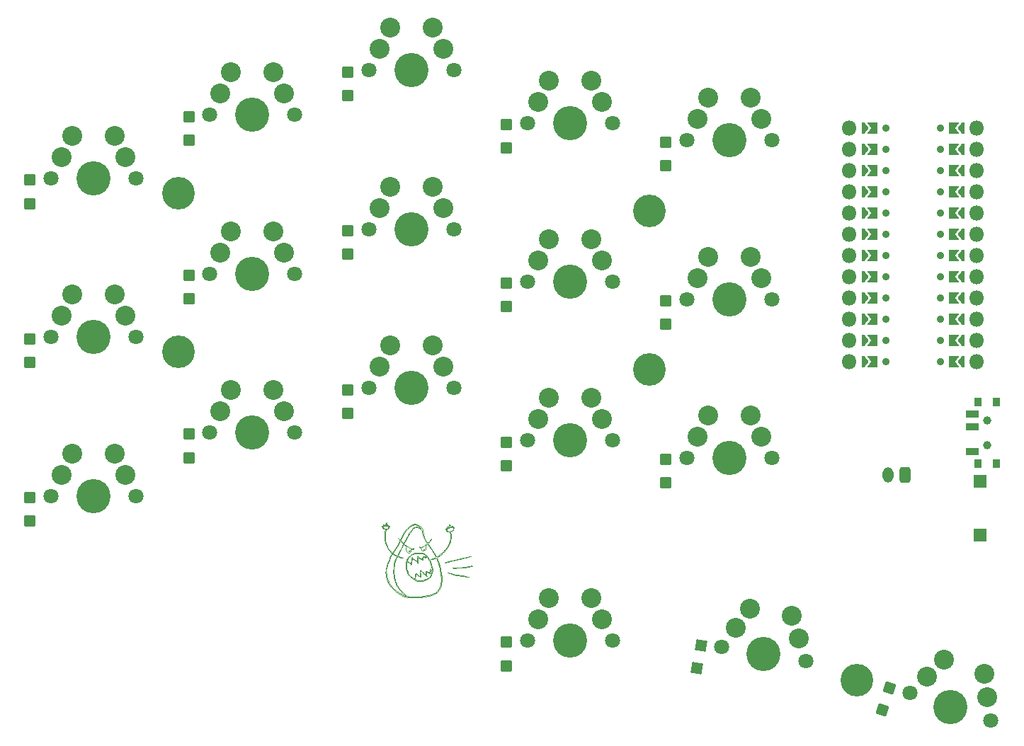
<source format=gbr>
%TF.GenerationSoftware,KiCad,Pcbnew,8.0.3*%
%TF.CreationDate,2024-07-17T09:05:20+02:00*%
%TF.ProjectId,avocado,61766f63-6164-46f2-9e6b-696361645f70,rev?*%
%TF.SameCoordinates,Original*%
%TF.FileFunction,Soldermask,Top*%
%TF.FilePolarity,Negative*%
%FSLAX46Y46*%
G04 Gerber Fmt 4.6, Leading zero omitted, Abs format (unit mm)*
G04 Created by KiCad (PCBNEW 8.0.3) date 2024-07-17 09:05:20*
%MOMM*%
%LPD*%
G01*
G04 APERTURE LIST*
G04 Aperture macros list*
%AMRoundRect*
0 Rectangle with rounded corners*
0 $1 Rounding radius*
0 $2 $3 $4 $5 $6 $7 $8 $9 X,Y pos of 4 corners*
0 Add a 4 corners polygon primitive as box body*
4,1,4,$2,$3,$4,$5,$6,$7,$8,$9,$2,$3,0*
0 Add four circle primitives for the rounded corners*
1,1,$1+$1,$2,$3*
1,1,$1+$1,$4,$5*
1,1,$1+$1,$6,$7*
1,1,$1+$1,$8,$9*
0 Add four rect primitives between the rounded corners*
20,1,$1+$1,$2,$3,$4,$5,0*
20,1,$1+$1,$4,$5,$6,$7,0*
20,1,$1+$1,$6,$7,$8,$9,0*
20,1,$1+$1,$8,$9,$2,$3,0*%
%AMFreePoly0*
4,1,16,-0.214645,0.660355,-0.210957,0.656235,0.289043,0.031235,0.299694,-0.005522,0.289043,-0.031235,-0.210957,-0.656235,-0.244478,-0.674694,-0.250000,-0.675000,-0.500000,-0.675000,-0.535355,-0.660355,-0.550000,-0.625000,-0.550000,0.625000,-0.535355,0.660355,-0.500000,0.675000,-0.250000,0.675000,-0.214645,0.660355,-0.214645,0.660355,$1*%
%AMFreePoly1*
4,1,16,0.535355,0.660355,0.550000,0.625000,0.550000,-0.625000,0.535355,-0.660355,0.500000,-0.675000,-0.650000,-0.675000,-0.685355,-0.660355,-0.700000,-0.625000,-0.689043,-0.593765,-0.214031,0.000000,-0.689043,0.593765,-0.699694,0.630522,-0.681235,0.664043,-0.650000,0.675000,0.500000,0.675000,0.535355,0.660355,0.535355,0.660355,$1*%
G04 Aperture macros list end*
%ADD10C,0.100000*%
%ADD11RoundRect,0.050000X0.600000X-0.600000X0.600000X0.600000X-0.600000X0.600000X-0.600000X-0.600000X0*%
%ADD12RoundRect,0.050000X0.492743X-0.690800X0.690800X0.492743X-0.492743X0.690800X-0.690800X-0.492743X0*%
%ADD13RoundRect,0.050000X0.371970X-0.762652X0.762652X0.371970X-0.371970X0.762652X-0.762652X-0.371970X0*%
%ADD14C,4.087800*%
%ADD15C,1.801800*%
%ADD16C,2.386000*%
%ADD17O,1.800000X1.800000*%
%ADD18C,0.900000*%
%ADD19FreePoly0,0.000000*%
%ADD20FreePoly1,0.000000*%
%ADD21FreePoly1,180.000000*%
%ADD22FreePoly0,180.000000*%
%ADD23RoundRect,0.270833X0.379167X0.654167X-0.379167X0.654167X-0.379167X-0.654167X0.379167X-0.654167X0*%
%ADD24O,1.300000X1.850000*%
%ADD25C,1.000000*%
%ADD26RoundRect,0.050000X0.750000X-0.350000X0.750000X0.350000X-0.750000X0.350000X-0.750000X-0.350000X0*%
%ADD27RoundRect,0.050000X0.400000X-0.500000X0.400000X0.500000X-0.400000X0.500000X-0.400000X-0.500000X0*%
%ADD28RoundRect,0.050000X0.700000X-0.750000X0.700000X0.750000X-0.700000X0.750000X-0.700000X-0.750000X0*%
%ADD29C,3.900000*%
G04 APERTURE END LIST*
D10*
X62160000Y-79707228D02*
X62160000Y-79807251D01*
X62150959Y-79906165D01*
X62242330Y-79884133D01*
X62335674Y-79907256D01*
X62342135Y-79999644D01*
X62441419Y-79990491D01*
X62520532Y-80044099D01*
X62490292Y-80129707D01*
X62437312Y-80214301D01*
X62382120Y-80297457D01*
X62300050Y-80354127D01*
X62209237Y-80395720D01*
X62111384Y-80414528D01*
X62057737Y-80488600D01*
X62034836Y-80586002D01*
X62011158Y-80683173D01*
X61992264Y-80781362D01*
X61979216Y-80880452D01*
X61971164Y-80980115D01*
X61966674Y-81079966D01*
X61966156Y-81180040D01*
X61967465Y-81279977D01*
X61970167Y-81379891D01*
X61974354Y-81479799D01*
X61980744Y-81579592D01*
X61992256Y-81678970D01*
X62006796Y-81777888D01*
X62025876Y-81875933D01*
X62049496Y-81973091D01*
X62077590Y-82069061D01*
X62110117Y-82163687D01*
X62148054Y-82256108D01*
X62192818Y-82345635D01*
X62237531Y-82435061D01*
X62282210Y-82524420D01*
X62326960Y-82613919D01*
X62371669Y-82703338D01*
X62422713Y-82789223D01*
X62479516Y-82871492D01*
X62541422Y-82950205D01*
X62608026Y-83024647D01*
X62679008Y-83095045D01*
X62753279Y-83161951D01*
X62827638Y-83228874D01*
X62888449Y-83172172D01*
X62948291Y-83092057D01*
X63007212Y-83011253D01*
X63065138Y-82929738D01*
X63122061Y-82847520D01*
X63177976Y-82764609D01*
X63232876Y-82681014D01*
X63288908Y-82598268D01*
X63345300Y-82515560D01*
X63400830Y-82432549D01*
X63450651Y-82345775D01*
X63498168Y-82257686D01*
X63544209Y-82169049D01*
X63589096Y-82079751D01*
X63632740Y-81989741D01*
X63674619Y-81898975D01*
X63714554Y-81807253D01*
X63715321Y-81721795D01*
X63648182Y-81647959D01*
X63580668Y-81574207D01*
X63541818Y-81486991D01*
X63616857Y-81535358D01*
X63680109Y-81612770D01*
X63754117Y-81679704D01*
X63806751Y-81606497D01*
X63851442Y-81517116D01*
X63896238Y-81427524D01*
X63940950Y-81338099D01*
X63988663Y-81250407D01*
X64037233Y-81162980D01*
X64085155Y-81075040D01*
X64133512Y-80987709D01*
X64183195Y-80900868D01*
X64234415Y-80814953D01*
X64287549Y-80730294D01*
X64343133Y-80647109D01*
X64401544Y-80565815D01*
X64462764Y-80486959D01*
X64526933Y-80410144D01*
X64594017Y-80336072D01*
X64666154Y-80266854D01*
X64740036Y-80199519D01*
X64815578Y-80133883D01*
X64892714Y-80070139D01*
X64971579Y-80008948D01*
X65055931Y-79954988D01*
X65143083Y-79905926D01*
X65232771Y-79861957D01*
X65325970Y-79826679D01*
X65424458Y-79811013D01*
X65524494Y-79810003D01*
X65624497Y-79812484D01*
X65723709Y-79823637D01*
X65816770Y-79858944D01*
X65904995Y-79905997D01*
X65992683Y-79953868D01*
X66078198Y-80005844D01*
X66161531Y-80060968D01*
X66242464Y-80119721D01*
X66316407Y-80186897D01*
X66369376Y-80271358D01*
X66411107Y-80362238D01*
X66442354Y-80457044D01*
X66465390Y-80554425D01*
X66486751Y-80652049D01*
X66506692Y-80750050D01*
X66524996Y-80848411D01*
X66541340Y-80947011D01*
X66562099Y-81044788D01*
X66586587Y-81141808D01*
X66614711Y-81237713D01*
X66646476Y-81332525D01*
X66681853Y-81426140D01*
X66720708Y-81518210D01*
X66763043Y-81608760D01*
X66808817Y-81697688D01*
X66857921Y-81784780D01*
X66910300Y-81869944D01*
X66967214Y-81952132D01*
X67026273Y-82032547D01*
X67088955Y-82011045D01*
X67157311Y-81938025D01*
X67223702Y-81863335D01*
X67289770Y-81788275D01*
X67353857Y-81711372D01*
X67417896Y-81634524D01*
X67489517Y-81589084D01*
X67451008Y-81680033D01*
X67391817Y-81760638D01*
X67330888Y-81839846D01*
X67268862Y-81918324D01*
X67205867Y-81995856D01*
X67139527Y-82070473D01*
X67108829Y-82143325D01*
X67169275Y-82223041D01*
X67225915Y-82305474D01*
X67278656Y-82390489D01*
X67332956Y-82474434D01*
X67388374Y-82557562D01*
X67443804Y-82640922D01*
X67499803Y-82723627D01*
X67557476Y-82805394D01*
X67616705Y-82886045D01*
X67672628Y-82968671D01*
X67725033Y-83053704D01*
X67780181Y-83137157D01*
X67833193Y-83221748D01*
X67881812Y-83309261D01*
X67928756Y-83397513D01*
X67973521Y-83487042D01*
X68022492Y-83574153D01*
X68073885Y-83659808D01*
X68135586Y-83704648D01*
X68220310Y-83651621D01*
X68303817Y-83596589D01*
X68386088Y-83539632D01*
X68464387Y-83477686D01*
X68542112Y-83414534D01*
X68624312Y-83358068D01*
X68703161Y-83296606D01*
X68774779Y-83226792D01*
X68841155Y-83152149D01*
X68909098Y-83078670D01*
X68978211Y-83006416D01*
X69047301Y-82934185D01*
X69117062Y-82862613D01*
X69186186Y-82790260D01*
X69252175Y-82715153D01*
X69313424Y-82636029D01*
X69369969Y-82553600D01*
X69423994Y-82469501D01*
X69474786Y-82383298D01*
X69521721Y-82295056D01*
X69564898Y-82204944D01*
X69604313Y-82112956D01*
X69639802Y-82019462D01*
X69671323Y-81924587D01*
X69698835Y-81828459D01*
X69722269Y-81731336D01*
X69741623Y-81633217D01*
X69756857Y-81534226D01*
X69767893Y-81434899D01*
X69772041Y-81335145D01*
X69771665Y-81235047D01*
X69767738Y-81135056D01*
X69760277Y-81035397D01*
X69749286Y-80936033D01*
X69734535Y-80837209D01*
X69718854Y-80738470D01*
X69621109Y-80739611D01*
X69521342Y-80733326D01*
X69422518Y-80717678D01*
X69335273Y-80672219D01*
X69278586Y-80592550D01*
X69269767Y-80493880D01*
X69215227Y-80424089D01*
X69220635Y-80324855D01*
X69296212Y-80269907D01*
X69346450Y-80195949D01*
X69397316Y-80111753D01*
X69472912Y-80148727D01*
X69529650Y-80210117D01*
X69565634Y-80121730D01*
X69576566Y-80022302D01*
X69594371Y-79923986D01*
X69639325Y-79836372D01*
X69733786Y-79830578D01*
X69787576Y-79912117D01*
X69808517Y-80009889D01*
X69833542Y-80076458D01*
X69913893Y-80020950D01*
X69995263Y-80060751D01*
X70052097Y-80103951D01*
X70147987Y-80082078D01*
X70198478Y-80156346D01*
X70166172Y-80250202D01*
X70158397Y-80349617D01*
X70141954Y-80448275D01*
X70085217Y-80528352D01*
X70007266Y-80590839D01*
X69921993Y-80643280D01*
X69833209Y-80689162D01*
X69792457Y-80770502D01*
X69811662Y-80868511D01*
X69827766Y-80967254D01*
X69840868Y-81066309D01*
X69851678Y-81165761D01*
X69859114Y-81265492D01*
X69856605Y-81365379D01*
X69845913Y-81464915D01*
X69832339Y-81563925D01*
X69816766Y-81662627D01*
X69799088Y-81761188D01*
X69777208Y-81858608D01*
X69746235Y-81953605D01*
X69714573Y-82048609D01*
X69681228Y-82142905D01*
X69643800Y-82235502D01*
X69600009Y-82325436D01*
X69552057Y-82413120D01*
X69502369Y-82499999D01*
X69450386Y-82585462D01*
X69395960Y-82669189D01*
X69337911Y-82750787D01*
X69275587Y-82828952D01*
X69208483Y-82902996D01*
X69137018Y-82972965D01*
X69065174Y-83042327D01*
X69000800Y-83118679D01*
X68935903Y-83194710D01*
X68869394Y-83269484D01*
X68799825Y-83341221D01*
X68724449Y-83406728D01*
X68643164Y-83464937D01*
X68561977Y-83523572D01*
X68480989Y-83582064D01*
X68399590Y-83640293D01*
X68317818Y-83697604D01*
X68232788Y-83750241D01*
X68148779Y-83804453D01*
X68183951Y-83886909D01*
X68230463Y-83975313D01*
X68261734Y-84070140D01*
X68293032Y-84164701D01*
X68331847Y-84256886D01*
X68371552Y-84348516D01*
X68408060Y-84441690D01*
X68429683Y-84539062D01*
X68453598Y-84635810D01*
X68480091Y-84732150D01*
X68506623Y-84828630D01*
X68533161Y-84925129D01*
X68555294Y-85022644D01*
X68575870Y-85120382D01*
X68590571Y-85219283D01*
X68608443Y-85317386D01*
X68635117Y-85413839D01*
X68657361Y-85511325D01*
X68675147Y-85609688D01*
X68688448Y-85708778D01*
X68697239Y-85808442D01*
X68707921Y-85907528D01*
X68724392Y-86006355D01*
X68747145Y-86103495D01*
X68759211Y-86202617D01*
X68759974Y-86302635D01*
X68758082Y-86402488D01*
X68753479Y-86502507D01*
X68746111Y-86602159D01*
X68734770Y-86701473D01*
X68715783Y-86799519D01*
X68701637Y-86898543D01*
X68693252Y-86998114D01*
X68677149Y-87096730D01*
X68650372Y-87193196D01*
X68614241Y-87286287D01*
X68571391Y-87376662D01*
X68524374Y-87464897D01*
X68474823Y-87551757D01*
X68426739Y-87639340D01*
X68375061Y-87724989D01*
X68316188Y-87805676D01*
X68250587Y-87881177D01*
X68182926Y-87954990D01*
X68112607Y-88025457D01*
X68025791Y-88075330D01*
X67937650Y-88122421D01*
X67849215Y-88169239D01*
X67763554Y-88220504D01*
X67673224Y-88262854D01*
X67577910Y-88293358D01*
X67481658Y-88320095D01*
X67386508Y-88350433D01*
X67292785Y-88384729D01*
X67193944Y-88398797D01*
X67094702Y-88411373D01*
X66996264Y-88428434D01*
X66899160Y-88452710D01*
X66800564Y-88466919D01*
X66703728Y-88491176D01*
X66605287Y-88509634D01*
X66507400Y-88529190D01*
X66408849Y-88546842D01*
X66309738Y-88559618D01*
X66210125Y-88567525D01*
X66110066Y-88570546D01*
X66010398Y-88574625D01*
X65910920Y-88585053D01*
X65811314Y-88593796D01*
X65711601Y-88600854D01*
X65611653Y-88606234D01*
X65511790Y-88609918D01*
X65411884Y-88611916D01*
X65311807Y-88612226D01*
X65211730Y-88610845D01*
X65111823Y-88607777D01*
X65011960Y-88603021D01*
X64912160Y-88596577D01*
X64812581Y-88587406D01*
X64713868Y-88571990D01*
X64615364Y-88554594D01*
X64517500Y-88534029D01*
X64420564Y-88509406D01*
X64324708Y-88480748D01*
X64229957Y-88448893D01*
X64136041Y-88414735D01*
X64045143Y-88373280D01*
X63956200Y-88327223D01*
X63868670Y-88279121D01*
X63781871Y-88229428D01*
X63695868Y-88178488D01*
X63610522Y-88126278D01*
X63526023Y-88072780D01*
X63442506Y-88017677D01*
X63360645Y-87960469D01*
X63283126Y-87897214D01*
X63207482Y-87831870D01*
X63132915Y-87765290D01*
X63059065Y-87697610D01*
X62986237Y-87629230D01*
X62914210Y-87559834D01*
X62843318Y-87489365D01*
X62773924Y-87417247D01*
X62707675Y-87342421D01*
X62648153Y-87262308D01*
X62587787Y-87182456D01*
X62529910Y-87100834D01*
X62474646Y-87017634D01*
X62421858Y-86932653D01*
X62371751Y-86846216D01*
X62324203Y-86758109D01*
X62282234Y-86667387D01*
X62240703Y-86576538D01*
X62199089Y-86485508D01*
X62158562Y-86394247D01*
X62134287Y-86297146D01*
X62110022Y-86200087D01*
X62090408Y-86102042D01*
X62075276Y-86003433D01*
X62063246Y-85904173D01*
X62048555Y-85805103D01*
X62031291Y-85706787D01*
X62030000Y-85606782D01*
X62030000Y-85506826D01*
X62035411Y-85406991D01*
X62045334Y-85307645D01*
X62059563Y-85208670D01*
X62081316Y-85110953D01*
X62109084Y-85014945D01*
X62138213Y-84919291D01*
X62166944Y-84823520D01*
X62195690Y-84727702D01*
X62221197Y-84631166D01*
X62246493Y-84534301D01*
X62278086Y-84439583D01*
X62317282Y-84347501D01*
X62360132Y-84257203D01*
X62400779Y-84165748D01*
X62436420Y-84072833D01*
X62461523Y-83976059D01*
X62490153Y-83880077D01*
X62525141Y-83786510D01*
X62571895Y-83698275D01*
X62619303Y-83610285D01*
X62668607Y-83523080D01*
X62719559Y-83437099D01*
X62772257Y-83352161D01*
X62765000Y-83275000D01*
X62691609Y-83207131D01*
X62617458Y-83139995D01*
X62546513Y-83069706D01*
X62479333Y-82995454D01*
X62416923Y-82917374D01*
X62359348Y-82835619D01*
X62309589Y-82749178D01*
X62264860Y-82659720D01*
X62220136Y-82570273D01*
X62175390Y-82480780D01*
X62130661Y-82391322D01*
X62089668Y-82300292D01*
X62056775Y-82205912D01*
X62023786Y-82111566D01*
X61990634Y-82017058D01*
X61958497Y-81922484D01*
X61939191Y-81824338D01*
X61925047Y-81725328D01*
X61915531Y-81625970D01*
X61909771Y-81526029D01*
X61905492Y-81426237D01*
X61902678Y-81326193D01*
X61901339Y-81226330D01*
X61901472Y-81126249D01*
X61903080Y-81026172D01*
X61906155Y-80926325D01*
X61911470Y-80826469D01*
X61926653Y-80727587D01*
X61946419Y-80629524D01*
X61970294Y-80532572D01*
X61996555Y-80436112D01*
X61921737Y-80401832D01*
X61826041Y-80373292D01*
X61732186Y-80338787D01*
X61646224Y-80289443D01*
X61624693Y-80194079D01*
X61584541Y-80103420D01*
X61607420Y-80010918D01*
X61701197Y-79996960D01*
X61680319Y-80039936D01*
X61638610Y-80104438D01*
X61708709Y-80067807D01*
X61743524Y-79982226D01*
X61770849Y-79889151D01*
X61854549Y-79850000D01*
X61908879Y-79922268D01*
X61967123Y-79940719D01*
X61986768Y-79847889D01*
X62038898Y-79847889D01*
X62049830Y-79936546D01*
X62106119Y-79891045D01*
X62115935Y-79715199D01*
X62075765Y-79755017D01*
X62038898Y-79847889D01*
X61986768Y-79847889D01*
X61987489Y-79844482D01*
X62022984Y-79751183D01*
X62079941Y-79670044D01*
X62116368Y-79707442D01*
X62120080Y-79640956D01*
X62160000Y-79707228D01*
X69739813Y-79936631D02*
X69757972Y-80034757D01*
X69755407Y-80131312D01*
X69658382Y-80153952D01*
X69610877Y-80109521D01*
X69625232Y-80010532D01*
X69648458Y-79913369D01*
X69739813Y-79936631D01*
X65572601Y-79895461D02*
X65842123Y-79964262D01*
X65932618Y-80006622D01*
X66017141Y-80059749D01*
X66097628Y-80119184D01*
X66176002Y-80181040D01*
X66244946Y-80253385D01*
X66249462Y-80298862D01*
X66163497Y-80247712D01*
X66074602Y-80202314D01*
X65979373Y-80171936D01*
X65880979Y-80154265D01*
X65781333Y-80150000D01*
X65681282Y-80150000D01*
X65582319Y-80159023D01*
X65487374Y-80189944D01*
X65398362Y-80235398D01*
X65317255Y-80293859D01*
X65242257Y-80359820D01*
X65170527Y-80429473D01*
X65103272Y-80503604D01*
X65039143Y-80580392D01*
X64980168Y-80661047D01*
X64924063Y-80743909D01*
X64870879Y-80828594D01*
X64817658Y-80913143D01*
X64761943Y-80996066D01*
X64712543Y-81083070D01*
X64667586Y-81172453D01*
X64620967Y-81260864D01*
X64573331Y-81348684D01*
X64518709Y-81432334D01*
X64462964Y-81514635D01*
X64418841Y-81604283D01*
X64377408Y-81695184D01*
X64332686Y-81784627D01*
X64287294Y-81873707D01*
X64231050Y-81956319D01*
X64180059Y-82042391D01*
X64119497Y-82039497D01*
X64048742Y-81968742D01*
X63978046Y-81898046D01*
X63907241Y-81827241D01*
X63836610Y-81756610D01*
X63854217Y-81671565D01*
X63898989Y-81582023D01*
X63940708Y-81491310D01*
X63984573Y-81401335D01*
X64030477Y-81312557D01*
X64078462Y-81224884D01*
X64128580Y-81138232D01*
X64180603Y-81052840D01*
X64233511Y-80968023D01*
X64287018Y-80883585D01*
X64341122Y-80799529D01*
X64395903Y-80715736D01*
X64451196Y-80632456D01*
X64507671Y-80549957D01*
X64572409Y-80473789D01*
X64641049Y-80401141D01*
X64712030Y-80330492D01*
X64784502Y-80261568D01*
X64858202Y-80194172D01*
X64933277Y-80128109D01*
X65010424Y-80064487D01*
X65095172Y-80011637D01*
X65183402Y-79964594D01*
X65276329Y-79928594D01*
X65373734Y-79906237D01*
X65472726Y-79893195D01*
X65572601Y-79895461D01*
X62138208Y-80015754D02*
X62285389Y-80045480D01*
X62284552Y-80062988D01*
X62364254Y-80122434D01*
X62368866Y-80214551D01*
X62294168Y-80279941D01*
X62206675Y-80328622D01*
X62110355Y-80349756D01*
X62010364Y-80347894D01*
X61912032Y-80330642D01*
X61817164Y-80298817D01*
X61726074Y-80257810D01*
X61703223Y-80177377D01*
X61763207Y-80097840D01*
X61842537Y-80037704D01*
X61939054Y-80012944D01*
X62038717Y-80006299D01*
X62138208Y-80015754D01*
X62467617Y-80082285D02*
X62386484Y-80068127D01*
X62323314Y-80053140D01*
X62467617Y-80082285D01*
X62323314Y-80053140D02*
X62285389Y-80045480D01*
X62285452Y-80044157D01*
X62323314Y-80053140D01*
X62252037Y-79987716D02*
X62207119Y-79946525D01*
X62289912Y-79950964D01*
X62287834Y-79994387D01*
X62303341Y-79997278D01*
X62287524Y-80000855D01*
X62285452Y-80044157D01*
X61870469Y-79945703D01*
X61802749Y-79988625D01*
X61819628Y-79907127D01*
X62252037Y-79987716D01*
X70103439Y-80181706D02*
X69914941Y-80140000D01*
X69872787Y-80113832D01*
X69950586Y-80085878D01*
X70103439Y-80181706D01*
X65773036Y-80208448D02*
X66030207Y-80273330D01*
X66117861Y-80321370D01*
X66195586Y-80383997D01*
X66265135Y-80455821D01*
X66320863Y-80538397D01*
X66354325Y-80632512D01*
X66380188Y-80729100D01*
X66403591Y-80826324D01*
X66426034Y-80923812D01*
X66448037Y-81021258D01*
X66470990Y-81118593D01*
X66499634Y-81214312D01*
X66532847Y-81308733D01*
X66570006Y-81401460D01*
X66611389Y-81492527D01*
X66656138Y-81582033D01*
X66702961Y-81670461D01*
X66751825Y-81757553D01*
X66802875Y-81843569D01*
X66856004Y-81928321D01*
X66911192Y-82011771D01*
X66968314Y-82093742D01*
X66921816Y-82164790D01*
X66846774Y-82231004D01*
X66769440Y-82294441D01*
X66689892Y-82355041D01*
X66608209Y-82412746D01*
X66524613Y-82467406D01*
X66438895Y-82519152D01*
X66345942Y-82554520D01*
X66246194Y-82559983D01*
X66150899Y-82536421D01*
X66089997Y-82466808D01*
X66026001Y-82471021D01*
X66066969Y-82557323D01*
X66152182Y-82608740D01*
X66248595Y-82634649D01*
X66270000Y-82717860D01*
X66278872Y-82817595D01*
X66316037Y-82909332D01*
X66380418Y-82985142D01*
X66477239Y-83004999D01*
X66575096Y-82987948D01*
X66657231Y-82931265D01*
X66733171Y-82866219D01*
X66786830Y-82783113D01*
X66814754Y-82687255D01*
X66829280Y-82588230D01*
X66838304Y-82488660D01*
X66799766Y-82399531D01*
X66852567Y-82333190D01*
X66930229Y-82270231D01*
X67005080Y-82203932D01*
X67078185Y-82243089D01*
X67140134Y-82321607D01*
X67197055Y-82403792D01*
X67250043Y-82488732D01*
X67304472Y-82572476D01*
X67361538Y-82654697D01*
X67420948Y-82734973D01*
X67482571Y-82813857D01*
X67538034Y-82897051D01*
X67594524Y-82979528D01*
X67650054Y-83062668D01*
X67703478Y-83147117D01*
X67754833Y-83232938D01*
X67804034Y-83319989D01*
X67851059Y-83408232D01*
X67895884Y-83497624D01*
X67938490Y-83588125D01*
X67978852Y-83679695D01*
X68016862Y-83772073D01*
X67936460Y-83817231D01*
X67847423Y-83862828D01*
X67755912Y-83903041D01*
X67660592Y-83932822D01*
X67564640Y-83961191D01*
X67467386Y-83983605D01*
X67446848Y-84044679D01*
X67545851Y-84042536D01*
X67644027Y-84022996D01*
X67740181Y-83995572D01*
X67833632Y-83960496D01*
X67924343Y-83918139D01*
X68016279Y-83878738D01*
X68094784Y-83899006D01*
X68144790Y-83985392D01*
X68181426Y-84078358D01*
X68211718Y-84173690D01*
X68244561Y-84268114D01*
X68277429Y-84362608D01*
X68318708Y-84453642D01*
X68341247Y-84550419D01*
X68360575Y-84648462D01*
X68387837Y-84744600D01*
X68417518Y-84840148D01*
X68447669Y-84935470D01*
X68472799Y-85032213D01*
X68488856Y-85130942D01*
X68504165Y-85229714D01*
X68519776Y-85328580D01*
X68545858Y-85424989D01*
X68567910Y-85522574D01*
X68585655Y-85621002D01*
X68599054Y-85720001D01*
X68608108Y-85819556D01*
X68620324Y-85918829D01*
X68635147Y-86017644D01*
X68653169Y-86116010D01*
X68667197Y-86215039D01*
X68670150Y-86314946D01*
X68669143Y-86414940D01*
X68664645Y-86514777D01*
X68656649Y-86614518D01*
X68645170Y-86713920D01*
X68630240Y-86812740D01*
X68611854Y-86911038D01*
X68602882Y-87010411D01*
X68581140Y-87107881D01*
X68548460Y-87202528D01*
X68507966Y-87293843D01*
X68464196Y-87383793D01*
X68416920Y-87471811D01*
X68365669Y-87557675D01*
X68310606Y-87641104D01*
X68251713Y-87722107D01*
X68189388Y-87800146D01*
X68123521Y-87875377D01*
X68055006Y-87948065D01*
X67968145Y-87997045D01*
X67878837Y-88042191D01*
X67790410Y-88088731D01*
X67704919Y-88140260D01*
X67613468Y-88178710D01*
X67516467Y-88201976D01*
X67422424Y-88235563D01*
X67328770Y-88270779D01*
X67231550Y-88293224D01*
X67132487Y-88307034D01*
X67034301Y-88325444D01*
X66935855Y-88343902D01*
X66837628Y-88362062D01*
X66738949Y-88378508D01*
X66640679Y-88396516D01*
X66543032Y-88418215D01*
X66444975Y-88437504D01*
X66345948Y-88451503D01*
X66246280Y-88457733D01*
X66146445Y-88463972D01*
X66046625Y-88470001D01*
X65946508Y-88470906D01*
X65846693Y-88474009D01*
X65746883Y-88480811D01*
X65648450Y-88497734D01*
X65549078Y-88507914D01*
X65449091Y-88509758D01*
X65349083Y-88509996D01*
X65249229Y-88508758D01*
X65149208Y-88506603D01*
X65049196Y-88503936D01*
X64949226Y-88499812D01*
X64849646Y-88491812D01*
X64751261Y-88473844D01*
X64657692Y-88439016D01*
X64568569Y-88393784D01*
X64482823Y-88342393D01*
X64404094Y-88280882D01*
X64331824Y-88211824D01*
X64261070Y-88141070D01*
X64190424Y-88070424D01*
X64119660Y-87999660D01*
X64047982Y-87929969D01*
X63977175Y-87859294D01*
X63908879Y-87786379D01*
X63843617Y-87710469D01*
X63783510Y-87630680D01*
X63719606Y-87554007D01*
X63652286Y-87480035D01*
X63590777Y-87401374D01*
X63534547Y-87318613D01*
X63482114Y-87233431D01*
X63432938Y-87146380D01*
X63386897Y-87057614D01*
X63344816Y-86966999D01*
X63307506Y-86874180D01*
X63269747Y-86781544D01*
X63231578Y-86689188D01*
X63192961Y-86597017D01*
X63169524Y-86499935D01*
X63144692Y-86402912D01*
X63109824Y-86309386D01*
X63084736Y-86212508D01*
X63071261Y-86113443D01*
X63063257Y-86013811D01*
X63054936Y-85914155D01*
X63045242Y-85814683D01*
X63031680Y-85715581D01*
X63010168Y-85617978D01*
X63004137Y-85518526D01*
X63010042Y-85418677D01*
X63014085Y-85318749D01*
X63019834Y-85218919D01*
X63027288Y-85119210D01*
X63036460Y-85019496D01*
X63047321Y-84920092D01*
X63059882Y-84820875D01*
X63068583Y-84721291D01*
X63077240Y-84621739D01*
X63096019Y-84523813D01*
X63121270Y-84427012D01*
X63148963Y-84330915D01*
X63179642Y-84235741D01*
X63213970Y-84141742D01*
X63252565Y-84049605D01*
X63296290Y-83959631D01*
X63345728Y-83872750D01*
X63398051Y-83787508D01*
X63440819Y-83697542D01*
X63517192Y-83692397D01*
X63608055Y-83732793D01*
X63699123Y-83773790D01*
X63794263Y-83804754D01*
X63889155Y-83836385D01*
X63984054Y-83867784D01*
X64076613Y-83863378D01*
X64017109Y-83811672D01*
X63920954Y-83784112D01*
X63826131Y-83752090D01*
X63733077Y-83715763D01*
X63641663Y-83675083D01*
X63552313Y-83630233D01*
X63489581Y-83575629D01*
X63538016Y-83488648D01*
X63578614Y-83397288D01*
X63620179Y-83306228D01*
X63662538Y-83215839D01*
X63705917Y-83125643D01*
X63750198Y-83035890D01*
X63795318Y-82946705D01*
X63841332Y-82857976D01*
X63888299Y-82769591D01*
X63936092Y-82681792D01*
X63984768Y-82594469D01*
X64029943Y-82505349D01*
X64072492Y-82414880D01*
X64117112Y-82325434D01*
X64164503Y-82237355D01*
X64232554Y-82234043D01*
X64310239Y-82297084D01*
X64387798Y-82360041D01*
X64467329Y-82420686D01*
X64500965Y-82488553D01*
X64471296Y-82583503D01*
X64455222Y-82682149D01*
X64450544Y-82781981D01*
X64463741Y-82880934D01*
X64490117Y-82977309D01*
X64528570Y-83069748D01*
X64583065Y-83153116D01*
X64664767Y-83209614D01*
X64762763Y-83221908D01*
X64861664Y-83209061D01*
X64947825Y-83159870D01*
X65013316Y-83084952D01*
X65045452Y-82991030D01*
X65050000Y-82891207D01*
X65068655Y-82813109D01*
X65167170Y-82830221D01*
X65266810Y-82833695D01*
X65359040Y-82800593D01*
X65399883Y-82710410D01*
X65368656Y-82654737D01*
X65325121Y-82744240D01*
X65231317Y-82764285D01*
X65131645Y-82756202D01*
X65034914Y-82731453D01*
X64943649Y-82690698D01*
X64860334Y-82635698D01*
X64779379Y-82576821D01*
X64698377Y-82518480D01*
X64619727Y-82456504D01*
X64541577Y-82394209D01*
X64462883Y-82332530D01*
X64384234Y-82270886D01*
X64305544Y-82209210D01*
X64227572Y-82146612D01*
X64262754Y-82054837D01*
X64309869Y-81966495D01*
X64360868Y-81880846D01*
X64413110Y-81795630D01*
X64452830Y-81704341D01*
X64497608Y-81614784D01*
X64542327Y-81525347D01*
X64594590Y-81440586D01*
X64645580Y-81354946D01*
X64690508Y-81265820D01*
X64738526Y-81178236D01*
X64788519Y-81091417D01*
X64841221Y-81006467D01*
X64896689Y-80923274D01*
X64951894Y-80839880D01*
X65005566Y-80755538D01*
X65059196Y-80671263D01*
X65112904Y-80586865D01*
X65175313Y-80509106D01*
X65245256Y-80437643D01*
X65319429Y-80370484D01*
X65398131Y-80308795D01*
X65482068Y-80254839D01*
X65574261Y-80216944D01*
X65673205Y-80203998D01*
X65773036Y-80208448D01*
X70027306Y-80205781D02*
X70102360Y-80265472D01*
X70109737Y-80364870D01*
X70078864Y-80457845D01*
X70005577Y-80525643D01*
X69919953Y-80577301D01*
X69833818Y-80628198D01*
X69762627Y-80627882D01*
X69702399Y-80674825D01*
X69604152Y-80687886D01*
X69504896Y-80677165D01*
X69407155Y-80657033D01*
X69332975Y-80594141D01*
X69325477Y-80498081D01*
X69376868Y-80412378D01*
X69439853Y-80335045D01*
X69467103Y-80314906D01*
X69352424Y-80370122D01*
X69290178Y-80448125D01*
X69263503Y-80377944D01*
X69484072Y-80302365D01*
X69519945Y-80275855D01*
X69609948Y-80232287D01*
X69704429Y-80200639D01*
X69515551Y-80291579D01*
X69733974Y-80216737D01*
X69828836Y-80205832D01*
X69928147Y-80196108D01*
X70027306Y-80205781D01*
X63883459Y-81892079D02*
X63956301Y-81960636D01*
X64029085Y-82029139D01*
X64099821Y-82099821D01*
X64119013Y-82177777D01*
X64071959Y-82266082D01*
X64027288Y-82355423D01*
X63982504Y-82444992D01*
X63942973Y-82536682D01*
X63901669Y-82627805D01*
X63858329Y-82717960D01*
X63812970Y-82807114D01*
X63765609Y-82895232D01*
X63716340Y-82982149D01*
X63673325Y-83072241D01*
X63630163Y-83162520D01*
X63586742Y-83252464D01*
X63543234Y-83342587D01*
X63500549Y-83432993D01*
X63446731Y-83517006D01*
X63368385Y-83555334D01*
X63277312Y-83514078D01*
X63187962Y-83469233D01*
X63100418Y-83420919D01*
X63014903Y-83369414D01*
X62932707Y-83312229D01*
X62932439Y-83239025D01*
X62987315Y-83155555D01*
X63045183Y-83073859D01*
X63102903Y-82992372D01*
X63160330Y-82910376D01*
X63216917Y-82827921D01*
X63273443Y-82745554D01*
X63330044Y-82663079D01*
X63386645Y-82580602D01*
X63443161Y-82498252D01*
X63498454Y-82414938D01*
X63546706Y-82327275D01*
X63593708Y-82238947D01*
X63639375Y-82150120D01*
X63683857Y-82060506D01*
X63727068Y-81970268D01*
X63768931Y-81879574D01*
X63883459Y-81892079D01*
X66681085Y-82812558D02*
X66606241Y-82878277D01*
X66580000Y-82791236D01*
X66681085Y-82812558D01*
X64931775Y-83026707D02*
X64858135Y-83094210D01*
X64786498Y-83089030D01*
X64810430Y-82992828D01*
X64931775Y-83026707D01*
X63034774Y-83456164D02*
X63121718Y-83505806D01*
X63210196Y-83552128D01*
X63300529Y-83595298D01*
X63380964Y-83642801D01*
X63345898Y-83736254D01*
X63292766Y-83820851D01*
X63242617Y-83907289D01*
X63198214Y-83996793D01*
X63161149Y-84089613D01*
X63127418Y-84183762D01*
X63096236Y-84278787D01*
X63067523Y-84374604D01*
X63041669Y-84471126D01*
X63027250Y-84569664D01*
X63020804Y-84669567D01*
X63013153Y-84769219D01*
X63004291Y-84868767D01*
X62994200Y-84968359D01*
X62982914Y-85067667D01*
X62970418Y-85166839D01*
X62958892Y-85266184D01*
X62950437Y-85365815D01*
X62945291Y-85465708D01*
X62944222Y-85565652D01*
X62951183Y-85665398D01*
X62969365Y-85763697D01*
X62984112Y-85862662D01*
X62996308Y-85961755D01*
X63005875Y-86061275D01*
X63013379Y-86161074D01*
X63025530Y-86260269D01*
X63057702Y-86354794D01*
X63085881Y-86450583D01*
X63113350Y-86546724D01*
X63136838Y-86643998D01*
X63169086Y-86738597D01*
X63210143Y-86829503D01*
X63254935Y-86918890D01*
X63299259Y-87008510D01*
X63343113Y-87098360D01*
X63386556Y-87188565D01*
X63429408Y-87278746D01*
X63478955Y-87365672D01*
X63532479Y-87449972D01*
X63592481Y-87529975D01*
X63654645Y-87608306D01*
X63717152Y-87686440D01*
X63780026Y-87764116D01*
X63844704Y-87840461D01*
X63910984Y-87915201D01*
X63979088Y-87988585D01*
X64048651Y-88060220D01*
X64119992Y-88130437D01*
X64192730Y-88198859D01*
X64267200Y-88265801D01*
X64343005Y-88330901D01*
X64420300Y-88394302D01*
X64367627Y-88390955D01*
X64270877Y-88365494D01*
X64178783Y-88327257D01*
X64088747Y-88283690D01*
X63999733Y-88238160D01*
X63911664Y-88190625D01*
X63824792Y-88141224D01*
X63739038Y-88089918D01*
X63654327Y-88036656D01*
X63570905Y-87981592D01*
X63488694Y-87924678D01*
X63407728Y-87865933D01*
X63328234Y-87805293D01*
X63249304Y-87743903D01*
X63170278Y-87682438D01*
X63091453Y-87621130D01*
X63018538Y-87552583D01*
X62947933Y-87481729D01*
X62879644Y-87408791D01*
X62813610Y-87333706D01*
X62749886Y-87256525D01*
X62688716Y-87177551D01*
X62629949Y-87096593D01*
X62573728Y-87013834D01*
X62520178Y-86929469D01*
X62469251Y-86843426D01*
X62420989Y-86755766D01*
X62375576Y-86666833D01*
X62332896Y-86576410D01*
X62295903Y-86483361D01*
X62262377Y-86389176D01*
X62232118Y-86294018D01*
X62205066Y-86197685D01*
X62181334Y-86100546D01*
X62160908Y-86002540D01*
X62143866Y-85904044D01*
X62130191Y-85805001D01*
X62119911Y-85705645D01*
X62113012Y-85605766D01*
X62109532Y-85505896D01*
X62109461Y-85405973D01*
X62113702Y-85305954D01*
X62118693Y-85206147D01*
X62142003Y-85109589D01*
X62171821Y-85013991D01*
X62200819Y-84918296D01*
X62229830Y-84822560D01*
X62258820Y-84726895D01*
X62285051Y-84630492D01*
X62314323Y-84534857D01*
X62349890Y-84441375D01*
X62390741Y-84350233D01*
X62433640Y-84259890D01*
X62467516Y-84165788D01*
X62501352Y-84071800D01*
X62532220Y-83976629D01*
X62562194Y-83881200D01*
X62600469Y-83788900D01*
X62646934Y-83700429D01*
X62697354Y-83614028D01*
X62748189Y-83527967D01*
X62799355Y-83441968D01*
X62856716Y-83360145D01*
X63034774Y-83456164D01*
X65873013Y-83247139D02*
X65973063Y-83248633D01*
X66072850Y-83251376D01*
X66172828Y-83255382D01*
X66272753Y-83260644D01*
X66372496Y-83267154D01*
X66472162Y-83274917D01*
X66568098Y-83297594D01*
X66656799Y-83343816D01*
X66742104Y-83396040D01*
X66823100Y-83454524D01*
X66898787Y-83519949D01*
X66968470Y-83591493D01*
X67029545Y-83670675D01*
X67084691Y-83754039D01*
X67136829Y-83839356D01*
X67189014Y-83924751D01*
X67241107Y-84009993D01*
X67293727Y-84094987D01*
X67347973Y-84178924D01*
X67380472Y-84273145D01*
X67405103Y-84369957D01*
X67434057Y-84465728D01*
X67462980Y-84561396D01*
X67491952Y-84657226D01*
X67520805Y-84752817D01*
X67548322Y-84849126D01*
X67575775Y-84945211D01*
X67603262Y-85041418D01*
X67625837Y-85138511D01*
X67634775Y-85238194D01*
X67634943Y-85338056D01*
X67626354Y-85437687D01*
X67609069Y-85536175D01*
X67583216Y-85632781D01*
X67549046Y-85726630D01*
X67509735Y-85818636D01*
X67473024Y-85911595D01*
X67436138Y-86004382D01*
X67390610Y-86093509D01*
X67336231Y-86177385D01*
X67265062Y-86246675D01*
X67181247Y-86301201D01*
X67094877Y-86351656D01*
X67007352Y-86399947D01*
X66918419Y-86445790D01*
X66829057Y-86490471D01*
X66739968Y-86535731D01*
X66645125Y-86567261D01*
X66547775Y-86590468D01*
X66449774Y-86609961D01*
X66351173Y-86626855D01*
X66252063Y-86640098D01*
X66152553Y-86648268D01*
X66052541Y-86649510D01*
X65952893Y-86641672D01*
X65854739Y-86623072D01*
X65759229Y-86593464D01*
X65665549Y-86558331D01*
X65573054Y-86520756D01*
X65485306Y-86472894D01*
X65402689Y-86416477D01*
X65320679Y-86359303D01*
X65238981Y-86301633D01*
X65157950Y-86243138D01*
X65078411Y-86182314D01*
X64998122Y-86122795D01*
X64915860Y-86066203D01*
X64848240Y-85992911D01*
X64785255Y-85915240D01*
X64727390Y-85833578D01*
X64679639Y-85745836D01*
X64646665Y-85651663D01*
X64609541Y-85558852D01*
X64572392Y-85465980D01*
X64535233Y-85373084D01*
X64494277Y-85282153D01*
X64476078Y-85183853D01*
X64461256Y-85085042D01*
X64447334Y-84986021D01*
X64438532Y-84886420D01*
X64435858Y-84786497D01*
X64437947Y-84686470D01*
X64440000Y-84586522D01*
X64440000Y-84486478D01*
X64440931Y-84386587D01*
X64467231Y-84290151D01*
X64500451Y-84195879D01*
X64534038Y-84101620D01*
X64567073Y-84007337D01*
X64604732Y-83914786D01*
X64660203Y-83831827D01*
X64732962Y-83763503D01*
X64805258Y-83694742D01*
X64875138Y-83623185D01*
X64940594Y-83547731D01*
X65022631Y-83491190D01*
X65111251Y-83445249D01*
X65198013Y-83395791D01*
X65288546Y-83353149D01*
X65380848Y-83314590D01*
X65474679Y-83280203D01*
X65569949Y-83250015D01*
X65672987Y-83247923D01*
X65772945Y-83246903D01*
X65873013Y-83247139D01*
X66016953Y-83300138D02*
X66117035Y-83301996D01*
X66216970Y-83305227D01*
X66416301Y-83321329D01*
X66513615Y-83340594D01*
X66603008Y-83385366D01*
X66690293Y-83434104D01*
X66771612Y-83491699D01*
X66782290Y-83582833D01*
X66767604Y-83681829D01*
X66732508Y-83734727D01*
X66646313Y-83684251D01*
X66562286Y-83630106D01*
X66478352Y-83622984D01*
X66442728Y-83716081D01*
X66422255Y-83813890D01*
X66404887Y-83912308D01*
X66389011Y-84009258D01*
X66305464Y-83954551D01*
X66218644Y-83904940D01*
X66131657Y-83855818D01*
X66043170Y-83809381D01*
X65958834Y-83755778D01*
X65901283Y-83676601D01*
X65856777Y-83604431D01*
X65840000Y-83692313D01*
X65840000Y-83792381D01*
X65840000Y-83892396D01*
X65840000Y-83992277D01*
X65840000Y-84092422D01*
X65840000Y-84192246D01*
X65840000Y-84292385D01*
X65788864Y-84268864D01*
X65717633Y-84198805D01*
X65642097Y-84133172D01*
X65563280Y-84071578D01*
X65480353Y-84015806D01*
X65393211Y-83966696D01*
X65306863Y-83916426D01*
X65224011Y-83860405D01*
X65174935Y-83780437D01*
X65149039Y-83872784D01*
X65129629Y-83970820D01*
X65112886Y-84069506D01*
X65098883Y-84168402D01*
X65087571Y-84267837D01*
X65079003Y-84367368D01*
X65073151Y-84467327D01*
X65070046Y-84567271D01*
X65005704Y-84514020D01*
X64935454Y-84443110D01*
X64852072Y-84387982D01*
X64763706Y-84341136D01*
X64677510Y-84290636D01*
X64596095Y-84232689D01*
X64585768Y-84145011D01*
X64621374Y-84051569D01*
X64659477Y-83958944D01*
X64708225Y-83873597D01*
X64782484Y-83806765D01*
X64856322Y-83739477D01*
X64917930Y-83660961D01*
X64987748Y-83589440D01*
X65070874Y-83534118D01*
X65159816Y-83488441D01*
X65246117Y-83438098D01*
X65336728Y-83395899D01*
X65428050Y-83355311D01*
X65520208Y-83316580D01*
X65616957Y-83300000D01*
X65717029Y-83300000D01*
X65817017Y-83300000D01*
X65916963Y-83299658D01*
X66016953Y-83300138D01*
X66982353Y-83711439D02*
X67035470Y-83796018D01*
X67086604Y-83882016D01*
X67137729Y-83967998D01*
X67188836Y-84053952D01*
X67239960Y-84139933D01*
X67289513Y-84226437D01*
X67318707Y-84322050D01*
X67342792Y-84418997D01*
X67372428Y-84514492D01*
X67402078Y-84610030D01*
X67431839Y-84705523D01*
X67462673Y-84800546D01*
X67491885Y-84896280D01*
X67518683Y-84992592D01*
X67541759Y-85089896D01*
X67557731Y-85188549D01*
X67552733Y-85288140D01*
X67484966Y-85267123D01*
X67408714Y-85207428D01*
X67362625Y-85162998D01*
X67346307Y-85261520D01*
X67326492Y-85359663D01*
X67305579Y-85457383D01*
X67283532Y-85554856D01*
X67230470Y-85577487D01*
X67139583Y-85535806D01*
X67048843Y-85493460D01*
X66958185Y-85451153D01*
X66867706Y-85408853D01*
X66829443Y-85474883D01*
X66830521Y-85574956D01*
X66838498Y-85674489D01*
X66850398Y-85773757D01*
X66859412Y-85873180D01*
X66786588Y-85833709D01*
X66711015Y-85768213D01*
X66639121Y-85698778D01*
X66567293Y-85629242D01*
X66493914Y-85561364D01*
X66419012Y-85495171D01*
X66342513Y-85430603D01*
X66264936Y-85367675D01*
X66187430Y-85304261D01*
X66135660Y-85359386D01*
X66116871Y-85457147D01*
X66117791Y-85556931D01*
X66124524Y-85656744D01*
X66135203Y-85756105D01*
X66147294Y-85855465D01*
X66155922Y-85955055D01*
X66154973Y-86049540D01*
X66067897Y-86001900D01*
X65990531Y-85938585D01*
X65916643Y-85871347D01*
X65839683Y-85807328D01*
X65761162Y-85745576D01*
X65679685Y-85687512D01*
X65593784Y-85686216D01*
X65562680Y-85775877D01*
X65551642Y-85875225D01*
X65540599Y-85974607D01*
X65527700Y-86073864D01*
X65512224Y-86172659D01*
X65494206Y-86271025D01*
X65454448Y-86341675D01*
X65366679Y-86293887D01*
X65285304Y-86236050D01*
X65209443Y-86170766D01*
X65130753Y-86109282D01*
X65045378Y-86057216D01*
X64964121Y-85999238D01*
X64899572Y-85923143D01*
X64841313Y-85841839D01*
X64785600Y-85758994D01*
X64743673Y-85668272D01*
X64714701Y-85572625D01*
X64680133Y-85478921D01*
X64620327Y-85402079D01*
X64597890Y-85304588D01*
X64572151Y-85208065D01*
X64548058Y-85111024D01*
X64536348Y-85011864D01*
X64531473Y-84911922D01*
X64530038Y-84811930D01*
X64528444Y-84711854D01*
X64512920Y-84613844D01*
X64502396Y-84515888D01*
X64509294Y-84416244D01*
X64524971Y-84317429D01*
X64589273Y-84312849D01*
X64676075Y-84362264D01*
X64763549Y-84410861D01*
X64850669Y-84459819D01*
X64930030Y-84520373D01*
X64998305Y-84593474D01*
X65070474Y-84662483D01*
X65119339Y-84597769D01*
X65127267Y-84500872D01*
X65128013Y-84402097D01*
X65143474Y-84303298D01*
X65157532Y-84204296D01*
X65170187Y-84105105D01*
X65181436Y-84005741D01*
X65202325Y-83926162D01*
X65287280Y-83978809D01*
X65371863Y-84032229D01*
X65456753Y-84085174D01*
X65538999Y-84142020D01*
X65617606Y-84203609D01*
X65692583Y-84269967D01*
X65763289Y-84340531D01*
X65829745Y-84415310D01*
X65868916Y-84504599D01*
X65910000Y-84473962D01*
X65910000Y-84373963D01*
X65910000Y-84273918D01*
X65910000Y-84173969D01*
X65910000Y-84073873D01*
X65910000Y-83974003D01*
X65910000Y-83873946D01*
X65939978Y-83829986D01*
X66025672Y-83881403D01*
X66113054Y-83930179D01*
X66200725Y-83978399D01*
X66287868Y-84027321D01*
X66377304Y-84071906D01*
X66469766Y-84109914D01*
X66459358Y-84020148D01*
X66464670Y-83920262D01*
X66478155Y-83821247D01*
X66501483Y-83724066D01*
X66566743Y-83721524D01*
X66653989Y-83770401D01*
X66745229Y-83810953D01*
X66842409Y-83818623D01*
X66824185Y-83748380D01*
X66833117Y-83648966D01*
X66982353Y-83711439D01*
X67533195Y-85375010D02*
X67554585Y-85463116D01*
X67532176Y-85560663D01*
X67502575Y-85656025D01*
X67464203Y-85748363D01*
X67426147Y-85840785D01*
X67387880Y-85933252D01*
X67343319Y-86022672D01*
X67290039Y-86107293D01*
X67219377Y-86176819D01*
X67134332Y-86229420D01*
X67047648Y-86279529D01*
X66959710Y-86326928D01*
X66870247Y-86371767D01*
X66779654Y-86413848D01*
X66687651Y-86453299D01*
X66594642Y-86489944D01*
X66498984Y-86518105D01*
X66400738Y-86536160D01*
X66301767Y-86550369D01*
X66202087Y-86558086D01*
X66102105Y-86559999D01*
X66002131Y-86557939D01*
X65902774Y-86546974D01*
X65808460Y-86514662D01*
X65716178Y-86476471D01*
X65621577Y-86444250D01*
X65540015Y-86390472D01*
X65551469Y-86291184D01*
X65567910Y-86192540D01*
X65584351Y-86093893D01*
X65600356Y-85995099D01*
X65610181Y-85895642D01*
X65626444Y-85796965D01*
X65680827Y-85755944D01*
X65758407Y-85819106D01*
X65833656Y-85884922D01*
X65908272Y-85951489D01*
X65982283Y-86018879D01*
X66064258Y-86075720D01*
X66154077Y-86119590D01*
X66233544Y-86111317D01*
X66221518Y-86012146D01*
X66209380Y-85912864D01*
X66200717Y-85813248D01*
X66192046Y-85713533D01*
X66180569Y-85614346D01*
X66174436Y-85514413D01*
X66174201Y-85414524D01*
X66218625Y-85408790D01*
X66291391Y-85477507D01*
X66366684Y-85543161D01*
X66444683Y-85605905D01*
X66517656Y-85674095D01*
X66590328Y-85742942D01*
X66661690Y-85812922D01*
X66734625Y-85881130D01*
X66812114Y-85944330D01*
X66894017Y-86001790D01*
X66968962Y-86008127D01*
X66926250Y-85918750D01*
X66914891Y-85819520D01*
X66908154Y-85719697D01*
X66899108Y-85620183D01*
X66890057Y-85520631D01*
X66955457Y-85532728D01*
X67044904Y-85577452D01*
X67134329Y-85622164D01*
X67225332Y-85663714D01*
X67316712Y-85703835D01*
X67390431Y-85718938D01*
X67344763Y-85631457D01*
X67349624Y-85532778D01*
X67373715Y-85435853D01*
X67388925Y-85336989D01*
X67451292Y-85318469D01*
X67533195Y-85375010D01*
X72195308Y-83676374D02*
X72098550Y-83701221D01*
X72001573Y-83725914D01*
X71904716Y-83750367D01*
X71807640Y-83774666D01*
X71710515Y-83798766D01*
X71613512Y-83822627D01*
X71516289Y-83846332D01*
X71419019Y-83869840D01*
X71321872Y-83893108D01*
X71224507Y-83916219D01*
X71127265Y-83939093D01*
X71029806Y-83961808D01*
X70932472Y-83984286D01*
X70834920Y-84006605D01*
X70737210Y-84027751D01*
X70639450Y-84049099D01*
X70541782Y-84070848D01*
X70444403Y-84092952D01*
X70346920Y-84115501D01*
X70249532Y-84138449D01*
X70152437Y-84161749D01*
X70055242Y-84185495D01*
X69958146Y-84209640D01*
X69861149Y-84234183D01*
X69764449Y-84259074D01*
X69667655Y-84284412D01*
X69570965Y-84310148D01*
X69474379Y-84336282D01*
X69378095Y-84362758D01*
X69281722Y-84389684D01*
X69185714Y-84417460D01*
X69143620Y-84400454D01*
X69236827Y-84364388D01*
X69330848Y-84330550D01*
X69425759Y-84298918D01*
X69521404Y-84269546D01*
X69617810Y-84243743D01*
X69715465Y-84221770D01*
X69813099Y-84199803D01*
X69910495Y-84177889D01*
X70008124Y-84156095D01*
X70105884Y-84134918D01*
X70203605Y-84113560D01*
X70301284Y-84092019D01*
X70398923Y-84070296D01*
X70496521Y-84048392D01*
X70594078Y-84026306D01*
X70691383Y-84004086D01*
X70788856Y-83981637D01*
X70886287Y-83959006D01*
X70983676Y-83936194D01*
X71081023Y-83913200D01*
X71178326Y-83890025D01*
X71275587Y-83866668D01*
X71372804Y-83843130D01*
X71469873Y-83819437D01*
X71566898Y-83795562D01*
X71663983Y-83771481D01*
X71761270Y-83747937D01*
X71858634Y-83725027D01*
X71955968Y-83702125D01*
X72157816Y-83649255D01*
X72195308Y-83676374D01*
X72423273Y-84817545D02*
X72325567Y-84837488D01*
X72227371Y-84855672D01*
X72129355Y-84875618D01*
X72032636Y-84900695D01*
X71935333Y-84923877D01*
X71837633Y-84945119D01*
X71739564Y-84964416D01*
X71640996Y-84981791D01*
X71542117Y-84997208D01*
X71443118Y-85010641D01*
X71343868Y-85022114D01*
X71244233Y-85031636D01*
X71144566Y-85039172D01*
X71044736Y-85044736D01*
X70944771Y-85048324D01*
X70844700Y-85049931D01*
X70744751Y-85053456D01*
X70644937Y-85057503D01*
X70544955Y-85061556D01*
X70445099Y-85065604D01*
X70345184Y-85069655D01*
X70245128Y-85073711D01*
X70145318Y-85077757D01*
X70064809Y-85058185D01*
X70160452Y-85033822D01*
X70260110Y-85026484D01*
X70359927Y-85021880D01*
X70459864Y-85020509D01*
X70559903Y-85020347D01*
X70659894Y-85018607D01*
X70759818Y-85015292D01*
X70859823Y-85010393D01*
X70959557Y-85003929D01*
X71059167Y-84995893D01*
X71158804Y-84986272D01*
X71258113Y-84975099D01*
X71357243Y-84962360D01*
X71456342Y-84948032D01*
X71555059Y-84932166D01*
X71653542Y-84914739D01*
X71751606Y-84895787D01*
X71849769Y-84876046D01*
X71947761Y-84856448D01*
X72045878Y-84836824D01*
X72144151Y-84818679D01*
X72242656Y-84801296D01*
X72341143Y-84783916D01*
X72423273Y-84817545D01*
X69622032Y-85628318D02*
X69717576Y-85657716D01*
X69812747Y-85688564D01*
X69906903Y-85722060D01*
X70002153Y-85752821D01*
X70098103Y-85780720D01*
X70194914Y-85805807D01*
X70292409Y-85828033D01*
X70390413Y-85847365D01*
X70489090Y-85863831D01*
X70588261Y-85877393D01*
X70687634Y-85888016D01*
X70786315Y-85903583D01*
X70885000Y-85919864D01*
X70983903Y-85934740D01*
X71083010Y-85948207D01*
X71182195Y-85960148D01*
X71281647Y-85970412D01*
X71380062Y-85988308D01*
X71476653Y-86014044D01*
X71571255Y-86046661D01*
X71667609Y-86072855D01*
X71764422Y-86098110D01*
X71861566Y-86121900D01*
X71950884Y-86154818D01*
X71858816Y-86162444D01*
X71760547Y-86144003D01*
X71663173Y-86121162D01*
X71567576Y-86092130D01*
X71472171Y-86062158D01*
X71375012Y-86038236D01*
X71276785Y-86020098D01*
X71177532Y-86009249D01*
X71077611Y-86005300D01*
X70977896Y-85998884D01*
X70878276Y-85989995D01*
X70778953Y-85978648D01*
X70679818Y-85964829D01*
X70581071Y-85948560D01*
X70482909Y-85929882D01*
X70385223Y-85908778D01*
X70288060Y-85885256D01*
X70191465Y-85859325D01*
X70095482Y-85830993D01*
X70000305Y-85800317D01*
X69905527Y-85768509D01*
X69810584Y-85736861D01*
X69715876Y-85705292D01*
X69620882Y-85673627D01*
X69525774Y-85643078D01*
X69429614Y-85615604D01*
X69526592Y-85598491D01*
X69622032Y-85628318D01*
D11*
%TO.C,D1*%
X19500000Y-79460000D03*
X19500000Y-76660000D03*
%TD*%
%TO.C,D2*%
X19500000Y-60460000D03*
X19500000Y-57660000D03*
%TD*%
%TO.C,D3*%
X19500000Y-41460000D03*
X19500000Y-38660000D03*
%TD*%
%TO.C,D4*%
X38500000Y-71860000D03*
X38500000Y-69060000D03*
%TD*%
%TO.C,D5*%
X38500000Y-52860000D03*
X38500000Y-50060000D03*
%TD*%
%TO.C,D6*%
X38500000Y-33860000D03*
X38500000Y-31060000D03*
%TD*%
%TO.C,D7*%
X57500000Y-66540000D03*
X57500000Y-63740000D03*
%TD*%
%TO.C,D8*%
X57500000Y-47540000D03*
X57500000Y-44740000D03*
%TD*%
%TO.C,D9*%
X57500000Y-28540000D03*
X57500000Y-25740000D03*
%TD*%
%TO.C,D10*%
X76500000Y-72810000D03*
X76500000Y-70010000D03*
%TD*%
%TO.C,D11*%
X76500000Y-53810000D03*
X76500000Y-51010000D03*
%TD*%
%TO.C,D12*%
X76500000Y-34810000D03*
X76500000Y-32010000D03*
%TD*%
%TO.C,D13*%
X95500000Y-74900000D03*
X95500000Y-72100000D03*
%TD*%
%TO.C,D14*%
X95500000Y-55900000D03*
X95500000Y-53100000D03*
%TD*%
%TO.C,D15*%
X95500000Y-36900000D03*
X95500000Y-34100000D03*
%TD*%
%TO.C,D16*%
X76500000Y-96750000D03*
X76500000Y-93950000D03*
%TD*%
D12*
%TO.C,D17*%
X99249185Y-97061534D03*
X99711319Y-94299934D03*
%TD*%
D13*
%TO.C,D18*%
X121402590Y-102038460D03*
X122314180Y-99391008D03*
%TD*%
D14*
%TO.C,S1*%
X27100000Y-76460000D03*
D15*
X32180000Y-76460000D03*
X22020000Y-76460000D03*
D16*
X29640000Y-71380000D03*
X23290000Y-73920000D03*
X24560000Y-71380000D03*
X30910000Y-73920000D03*
%TD*%
D14*
%TO.C,S2*%
X27100000Y-57460000D03*
D15*
X32180000Y-57460000D03*
X22020000Y-57460000D03*
D16*
X29640000Y-52380000D03*
X23290000Y-54920000D03*
X24560000Y-52380000D03*
X30910000Y-54920000D03*
%TD*%
D14*
%TO.C,S3*%
X27100000Y-38460000D03*
D15*
X32180000Y-38460000D03*
X22020000Y-38460000D03*
D16*
X29640000Y-33380000D03*
X23290000Y-35920000D03*
X24560000Y-33380000D03*
X30910000Y-35920000D03*
%TD*%
D14*
%TO.C,S4*%
X46100000Y-68860000D03*
D15*
X51180000Y-68860000D03*
X41020000Y-68860000D03*
D16*
X48640000Y-63780000D03*
X42290000Y-66320000D03*
X43560000Y-63780000D03*
X49910000Y-66320000D03*
%TD*%
D14*
%TO.C,S5*%
X46100000Y-49860000D03*
D15*
X51180000Y-49860000D03*
X41020000Y-49860000D03*
D16*
X48640000Y-44780000D03*
X42290000Y-47320000D03*
X43560000Y-44780000D03*
X49910000Y-47320000D03*
%TD*%
D14*
%TO.C,S6*%
X46100000Y-30860000D03*
D15*
X51180000Y-30860000D03*
X41020000Y-30860000D03*
D16*
X48640000Y-25780000D03*
X42290000Y-28320000D03*
X43560000Y-25780000D03*
X49910000Y-28320000D03*
%TD*%
D14*
%TO.C,S7*%
X65100000Y-63540000D03*
D15*
X70180000Y-63540000D03*
X60020000Y-63540000D03*
D16*
X67640000Y-58460000D03*
X61290000Y-61000000D03*
X62560000Y-58460000D03*
X68910000Y-61000000D03*
%TD*%
D14*
%TO.C,S8*%
X65100000Y-44540000D03*
D15*
X70180000Y-44540000D03*
X60020000Y-44540000D03*
D16*
X67640000Y-39460000D03*
X61290000Y-42000000D03*
X62560000Y-39460000D03*
X68910000Y-42000000D03*
%TD*%
D14*
%TO.C,S9*%
X65100000Y-25540000D03*
D15*
X70180000Y-25540000D03*
X60020000Y-25540000D03*
D16*
X67640000Y-20460000D03*
X61290000Y-23000000D03*
X62560000Y-20460000D03*
X68910000Y-23000000D03*
%TD*%
D14*
%TO.C,S10*%
X84100000Y-69810000D03*
D15*
X89180000Y-69810000D03*
X79020000Y-69810000D03*
D16*
X86640000Y-64730000D03*
X80290000Y-67270000D03*
X81560000Y-64730000D03*
X87910000Y-67270000D03*
%TD*%
D14*
%TO.C,S11*%
X84100000Y-50810000D03*
D15*
X89180000Y-50810000D03*
X79020000Y-50810000D03*
D16*
X86640000Y-45730000D03*
X80290000Y-48270000D03*
X81560000Y-45730000D03*
X87910000Y-48270000D03*
%TD*%
D14*
%TO.C,S12*%
X84100000Y-31810000D03*
D15*
X89180000Y-31810000D03*
X79020000Y-31810000D03*
D16*
X86640000Y-26730000D03*
X80290000Y-29270000D03*
X81560000Y-26730000D03*
X87910000Y-29270000D03*
%TD*%
D14*
%TO.C,S13*%
X103100000Y-71900000D03*
D15*
X108180000Y-71900000D03*
X98020000Y-71900000D03*
D16*
X105640000Y-66820000D03*
X99290000Y-69360000D03*
X100560000Y-66820000D03*
X106910000Y-69360000D03*
%TD*%
D14*
%TO.C,S14*%
X103100000Y-52900000D03*
D15*
X108180000Y-52900000D03*
X98020000Y-52900000D03*
D16*
X105640000Y-47820000D03*
X99290000Y-50360000D03*
X100560000Y-47820000D03*
X106910000Y-50360000D03*
%TD*%
D14*
%TO.C,S15*%
X103100000Y-33900000D03*
D15*
X108180000Y-33900000D03*
X98020000Y-33900000D03*
D16*
X105640000Y-28820000D03*
X99290000Y-31360000D03*
X100560000Y-28820000D03*
X106910000Y-31360000D03*
%TD*%
D14*
%TO.C,S16*%
X84100000Y-93750000D03*
D15*
X89180000Y-93750000D03*
X79020000Y-93750000D03*
D16*
X86640000Y-88670000D03*
X80290000Y-91210000D03*
X81560000Y-88670000D03*
X87910000Y-91210000D03*
%TD*%
D14*
%TO.C,S17*%
X107240099Y-95357038D03*
D15*
X112250430Y-96195480D03*
X102229768Y-94518596D03*
D16*
X110583706Y-90765928D03*
X103901572Y-92223041D03*
X105573375Y-89927486D03*
X111417068Y-93480704D03*
%TD*%
D14*
%TO.C,S18*%
X129565235Y-101676222D03*
D15*
X134368469Y-103330108D03*
X124762001Y-100022336D03*
D16*
X133620738Y-97699931D03*
X126789752Y-98034190D03*
X128817504Y-96046045D03*
X133994604Y-100515019D03*
%TD*%
D17*
%TO.C,*%
X117480000Y-32430000D03*
X132720000Y-32430000D03*
X117480000Y-34970000D03*
X132720000Y-34970000D03*
X117480000Y-37510000D03*
X132720000Y-37510000D03*
X117480000Y-40050000D03*
X132720000Y-40050000D03*
X117480000Y-42590000D03*
X132720000Y-42590000D03*
X117480000Y-45130000D03*
X132720000Y-45130000D03*
X117480000Y-47670000D03*
X132720000Y-47670000D03*
X117480000Y-50210000D03*
X132720000Y-50210000D03*
X117480000Y-52750000D03*
X132720000Y-52750000D03*
X117480000Y-55290000D03*
X132720000Y-55290000D03*
X117480000Y-57830000D03*
X132720000Y-57830000D03*
X117480000Y-60370000D03*
X132720000Y-60370000D03*
D18*
X121838000Y-32430000D03*
D19*
X119480000Y-32430000D03*
D20*
X120325000Y-32430000D03*
D18*
X128362000Y-32430000D03*
D21*
X129875000Y-32430000D03*
D22*
X130720000Y-32430000D03*
D18*
X121838000Y-34970000D03*
D19*
X119480000Y-34970000D03*
D20*
X120325000Y-34970000D03*
D18*
X128362000Y-34970000D03*
D21*
X129875000Y-34970000D03*
D22*
X130720000Y-34970000D03*
D18*
X121838000Y-37510000D03*
D19*
X119480000Y-37510000D03*
D20*
X120325000Y-37510000D03*
D18*
X128362000Y-37510000D03*
D21*
X129875000Y-37510000D03*
D22*
X130720000Y-37510000D03*
D18*
X121838000Y-40050000D03*
D19*
X119480000Y-40050000D03*
D20*
X120325000Y-40050000D03*
D18*
X128362000Y-40050000D03*
D21*
X129875000Y-40050000D03*
D22*
X130720000Y-40050000D03*
D18*
X121838000Y-42590000D03*
D19*
X119480000Y-42590000D03*
D20*
X120325000Y-42590000D03*
D18*
X128362000Y-42590000D03*
D21*
X129875000Y-42590000D03*
D22*
X130720000Y-42590000D03*
D18*
X121838000Y-45130000D03*
D19*
X119480000Y-45130000D03*
D20*
X120325000Y-45130000D03*
D18*
X128362000Y-45130000D03*
D21*
X129875000Y-45130000D03*
D22*
X130720000Y-45130000D03*
D18*
X121838000Y-47670000D03*
D19*
X119480000Y-47670000D03*
D20*
X120325000Y-47670000D03*
D18*
X128362000Y-47670000D03*
D21*
X129875000Y-47670000D03*
D22*
X130720000Y-47670000D03*
D18*
X121838000Y-50210000D03*
D19*
X119480000Y-50210000D03*
D20*
X120325000Y-50210000D03*
D18*
X128362000Y-50210000D03*
D21*
X129875000Y-50210000D03*
D22*
X130720000Y-50210000D03*
D18*
X121838000Y-52750000D03*
D19*
X119480000Y-52750000D03*
D20*
X120325000Y-52750000D03*
D18*
X128362000Y-52750000D03*
D21*
X129875000Y-52750000D03*
D22*
X130720000Y-52750000D03*
D18*
X121838000Y-55290000D03*
D19*
X119480000Y-55290000D03*
D20*
X120325000Y-55290000D03*
D18*
X128362000Y-55290000D03*
D21*
X129875000Y-55290000D03*
D22*
X130720000Y-55290000D03*
D18*
X121838000Y-57830000D03*
D19*
X119480000Y-57830000D03*
D20*
X120325000Y-57830000D03*
D18*
X128362000Y-57830000D03*
D21*
X129875000Y-57830000D03*
D22*
X130720000Y-57830000D03*
D18*
X121838000Y-60370000D03*
D19*
X119480000Y-60370000D03*
D20*
X120325000Y-60370000D03*
D18*
X128362000Y-60370000D03*
D21*
X129875000Y-60370000D03*
D22*
X130720000Y-60370000D03*
%TD*%
D23*
%TO.C,_2*%
X124100000Y-73900000D03*
D24*
X122100000Y-73900000D03*
%TD*%
D25*
%TO.C,T1*%
X133930000Y-70400000D03*
X133930000Y-67400000D03*
D26*
X132170000Y-71150000D03*
X132170000Y-68150000D03*
X132170000Y-66650000D03*
D27*
X135030000Y-72550000D03*
X135030000Y-65250000D03*
X132820000Y-65250000D03*
X132820000Y-72550000D03*
D25*
X133930000Y-70400000D03*
X133930000Y-67400000D03*
%TD*%
D28*
%TO.C,S19*%
X133100000Y-81150000D03*
X133100000Y-74650000D03*
%TD*%
D29*
%TO.C,H1*%
X37266667Y-40226667D03*
%TD*%
%TO.C,H2*%
X37266667Y-59226667D03*
%TD*%
%TO.C,H3*%
X93600000Y-42355000D03*
%TD*%
%TO.C,H4*%
X93600000Y-61355000D03*
%TD*%
%TO.C,H5*%
X118402667Y-98516630D03*
%TD*%
M02*

</source>
